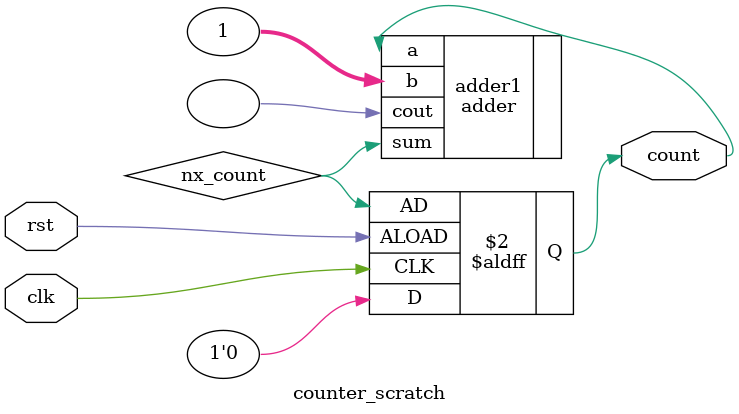
<source format=v>
module counter_scratch#(
    //parameter
    parameter WIDTH = 1
)(
    //input
    input wire rst,
    input wire clk,
    //output
    output reg [0:WIDTH-1] count
);
wire [0:WIDTH-1] nx_count;
always @(posedge clk or negedge rst) begin
    if (rst) begin
        count <= 'd0;
    end
    else begin
        count <= nx_count;
    end
end

adder #(.WIDTH(WIDTH)) adder1(
    .a(count),
    .b('d1),

    .sum(nx_count),
    .cout()
);

endmodule


</source>
